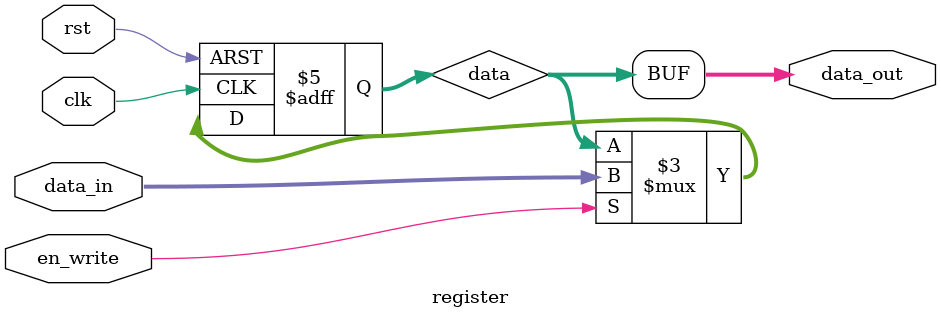
<source format=sv>
module register (
    input logic rst,
    input logic clk,
    input logic en_write,
    input logic [7:0] data_in,
    output logic [7:0] data_out
);

logic [7:0] data;

always_ff @ (posedge clk or posedge rst) begin
    if (rst) begin
        data <= '0;
    end else begin
        if (en_write) data <= data_in;
    end
end

assign data_out = data;

initial begin
    data = 0;
    $dumpfile("register.vcd");
    $dumpvars(0, register);
end

endmodule

</source>
